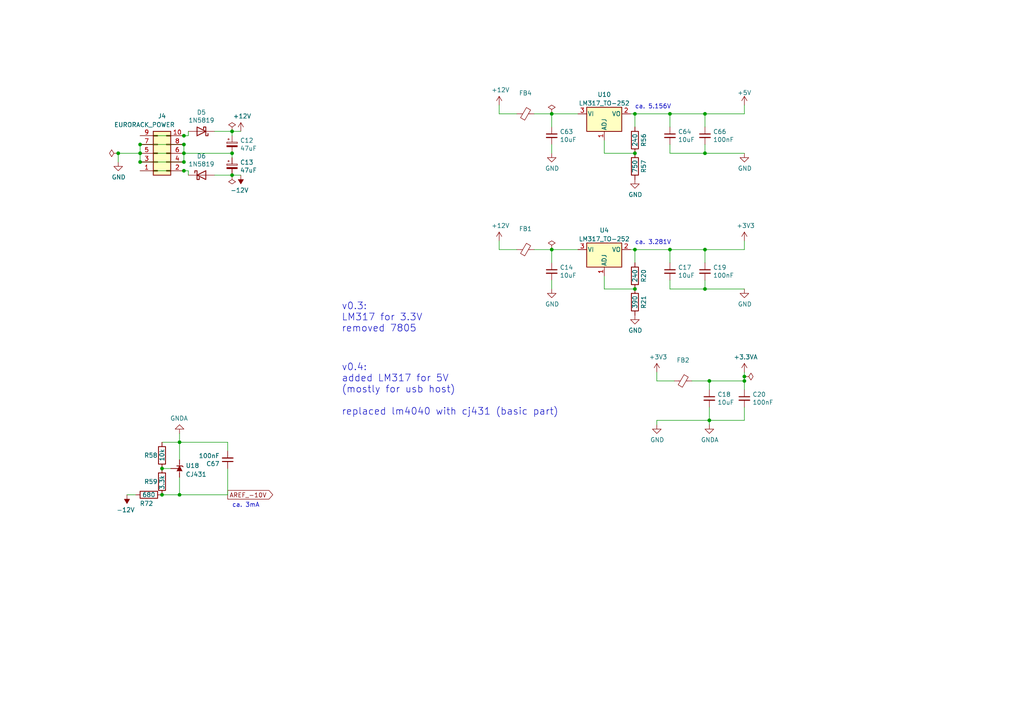
<source format=kicad_sch>
(kicad_sch (version 20211123) (generator eeschema)
  (paper "A4")
  (lib_symbols
    (symbol "Connector_Generic:Conn_02x05_Odd_Even" (pin_names (offset 1.016) hide)
      (property "Reference" "J" (at 1.27 7.62 0))
      (property "Value" "Conn_02x05_Odd_Even" (at 1.27 -7.62 0))
      (symbol "Conn_02x05_Odd_Even_1_1"
        (rectangle (start -1.27 -4.953) (end 0 -5.207) (stroke (width 0.1524)))
        (rectangle (start -1.27 -2.413) (end 0 -2.667) (stroke (width 0.1524)))
        (rectangle (start -1.27 0.127) (end 0 -0.127) (stroke (width 0.1524)))
        (rectangle (start -1.27 2.667) (end 0 2.413) (stroke (width 0.1524)))
        (rectangle (start -1.27 5.207) (end 0 4.953) (stroke (width 0.1524)))
        (rectangle (start -1.27 6.35) (end 3.81 -6.35) (stroke (width 0.254)) (fill (type background)))
        (rectangle (start 3.81 -4.953) (end 2.54 -5.207) (stroke (width 0.1524)))
        (rectangle (start 3.81 -2.413) (end 2.54 -2.667) (stroke (width 0.1524)))
        (rectangle (start 3.81 0.127) (end 2.54 -0.127) (stroke (width 0.1524)))
        (rectangle (start 3.81 2.667) (end 2.54 2.413) (stroke (width 0.1524)))
        (rectangle (start 3.81 5.207) (end 2.54 4.953) (stroke (width 0.1524)))
        (pin passive line (at -5.08 5.08 0) (length 3.81) (name "Pin_1") (number "1"))
        (pin passive line (at 7.62 -5.08 180) (length 3.81) (name "Pin_10") (number "10"))
        (pin passive line (at 7.62 5.08 180) (length 3.81) (name "Pin_2") (number "2"))
        (pin passive line (at -5.08 2.54 0) (length 3.81) (name "Pin_3") (number "3"))
        (pin passive line (at 7.62 2.54 180) (length 3.81) (name "Pin_4") (number "4"))
        (pin passive line (at -5.08 0 0) (length 3.81) (name "Pin_5") (number "5"))
        (pin passive line (at 7.62 0 180) (length 3.81) (name "Pin_6") (number "6"))
        (pin passive line (at -5.08 -2.54 0) (length 3.81) (name "Pin_7") (number "7"))
        (pin passive line (at 7.62 -2.54 180) (length 3.81) (name "Pin_8") (number "8"))
        (pin passive line (at -5.08 -5.08 0) (length 3.81) (name "Pin_9") (number "9"))
      )
    )
    (symbol "Device:C_Polarized_Small" (pin_numbers hide) (pin_names (offset 0.254) hide)
      (property "Reference" "C" (at 0.254 1.778 0))
      (property "Value" "C_Polarized_Small" (at 0.254 -2.032 0))
      (symbol "C_Polarized_Small_0_1"
        (rectangle (start -1.524 -0.3048) (end 1.524 -0.6858) (fill (type outline)))
        (rectangle (start -1.524 0.6858) (end 1.524 0.3048))
        (polyline (pts (xy -1.27 1.524) (xy -0.762 1.524)))
        (polyline (pts (xy -1.016 1.27) (xy -1.016 1.778)))
      )
      (symbol "C_Polarized_Small_1_1"
        (pin passive line (at 0 2.54 270) (length 1.8542) (name "~") (number "1"))
        (pin passive line (at 0 -2.54 90) (length 1.8542) (name "~") (number "2"))
      )
    )
    (symbol "Device:C_Small" (pin_numbers hide) (pin_names (offset 0.254) hide)
      (property "Reference" "C" (at 0.254 1.778 0))
      (property "Value" "C_Small" (at 0.254 -2.032 0))
      (symbol "C_Small_0_1"
        (polyline (pts (xy -1.524 -0.508) (xy 1.524 -0.508)) (stroke (width 0.3302)))
        (polyline (pts (xy -1.524 0.508) (xy 1.524 0.508)) (stroke (width 0.3048)))
      )
      (symbol "C_Small_1_1"
        (pin passive line (at 0 2.54 270) (length 2.032) (name "~") (number "1"))
        (pin passive line (at 0 -2.54 90) (length 2.032) (name "~") (number "2"))
      )
    )
    (symbol "Device:FerriteBead_Small" (pin_numbers hide) (pin_names (offset 0))
      (property "Reference" "FB" (at 1.905 1.27 0))
      (property "Value" "FerriteBead_Small" (at 1.905 -1.27 0))
      (symbol "FerriteBead_Small_0_1"
        (polyline (pts (xy 0 -1.27) (xy 0 -0.7874)))
        (polyline (pts (xy 0 0.889) (xy 0 1.2954)))
        (polyline (pts (xy -1.8288 0.2794) (xy -1.1176 1.4986) (xy 1.8288 -0.2032) (xy 1.1176 -1.4224) (xy -1.8288 0.2794)))
      )
      (symbol "FerriteBead_Small_1_1"
        (pin passive line (at 0 2.54 270) (length 1.27) (name "~") (number "1"))
        (pin passive line (at 0 -2.54 90) (length 1.27) (name "~") (number "2"))
      )
    )
    (symbol "Device:R" (pin_numbers hide) (pin_names (offset 0))
      (property "Reference" "R" (at 2.032 0 90))
      (property "Value" "R" (at 0 0 90))
      (symbol "R_0_1"
        (rectangle (start -1.016 -2.54) (end 1.016 2.54) (stroke (width 0.254)))
      )
      (symbol "R_1_1"
        (pin passive line (at 0 3.81 270) (length 1.27) (name "~") (number "1"))
        (pin passive line (at 0 -3.81 90) (length 1.27) (name "~") (number "2"))
      )
    )
    (symbol "Diode:1N5819" (pin_numbers hide) (pin_names (offset 1.016) hide)
      (property "Reference" "D" (at 0 2.54 0))
      (property "Value" "1N5819" (at 0 -2.54 0))
      (symbol "1N5819_0_1"
        (polyline (pts (xy 1.27 0) (xy -1.27 0)))
        (polyline (pts (xy 1.27 1.27) (xy 1.27 -1.27) (xy -1.27 0) (xy 1.27 1.27)) (stroke (width 0.254)))
        (polyline (pts (xy -1.905 0.635) (xy -1.905 1.27) (xy -1.27 1.27) (xy -1.27 -1.27) (xy -0.635 -1.27) (xy -0.635 -0.635)) (stroke (width 0.254)))
      )
      (symbol "1N5819_1_1"
        (pin passive line (at -3.81 0 0) (length 2.54) (name "K") (number "1"))
        (pin passive line (at 3.81 0 180) (length 2.54) (name "A") (number "2"))
      )
    )
    (symbol "Reference_Voltage:TL432DBZ" (pin_numbers hide) (pin_names hide)
      (property "Reference" "U" (at -2.54 2.54 0))
      (property "Value" "TL432DBZ" (at 0 -2.54 0))
      (symbol "TL432DBZ_0_1"
        (polyline (pts (xy -1.27 0) (xy 0 0) (xy 1.27 0)))
        (polyline (pts (xy -0.762 0.762) (xy 0.762 0) (xy -0.762 -0.762)) (fill (type outline)))
        (polyline (pts (xy 0.508 -1.016) (xy 0.762 -0.762) (xy 0.762 0.762) (xy 0.762 0.762)) (stroke (width 0.254)))
      )
      (symbol "TL432DBZ_1_1"
        (pin passive line (at 0 2.54 270) (length 2.54) (name "REF") (number "1"))
        (pin passive line (at 2.54 0 180) (length 1.27) (name "K") (number "2"))
        (pin passive line (at -2.54 0 0) (length 1.27) (name "A") (number "3"))
      )
    )
    (symbol "Regulator_Linear:LM317_TO-252" (pin_names (offset 0.254))
      (property "Reference" "U" (at -3.81 3.175 0))
      (property "Value" "LM317_TO-252" (at 0 3.175 0))
      (symbol "LM317_TO-252_0_1"
        (rectangle (start -5.08 1.905) (end 5.08 -5.08) (stroke (width 0.254)) (fill (type background)))
      )
      (symbol "LM317_TO-252_1_1"
        (pin input line (at 0 -7.62 90) (length 2.54) (name "ADJ") (number "1"))
        (pin power_out line (at 7.62 0 180) (length 2.54) (name "VO") (number "2"))
        (pin power_in line (at -7.62 0 0) (length 2.54) (name "VI") (number "3"))
      )
    )
    (symbol "power:+12V" (power) (pin_names (offset 0))
      (property "Value" "+12V" (at 0 3.556 0))
      (symbol "+12V_0_1"
        (polyline (pts (xy -0.762 1.27) (xy 0 2.54)))
        (polyline (pts (xy 0 0) (xy 0 2.54)))
        (polyline (pts (xy 0 2.54) (xy 0.762 1.27)))
      )
      (symbol "+12V_1_1"
        (pin power_in line (at 0 0 90) (length 0) hide (name "+12V") (number "1"))
      )
    )
    (symbol "power:+3.3V" (power) (pin_names (offset 0))
      (property "Value" "+3.3V" (at 0 3.556 0))
      (symbol "+3.3V_0_1"
        (polyline (pts (xy -0.762 1.27) (xy 0 2.54)))
        (polyline (pts (xy 0 0) (xy 0 2.54)))
        (polyline (pts (xy 0 2.54) (xy 0.762 1.27)))
      )
      (symbol "+3.3V_1_1"
        (pin power_in line (at 0 0 90) (length 0) hide (name "+3V3") (number "1"))
      )
    )
    (symbol "power:+3.3VA" (power) (pin_names (offset 0))
      (property "Value" "+3.3VA" (at 0 3.556 0))
      (symbol "+3.3VA_0_1"
        (polyline (pts (xy -0.762 1.27) (xy 0 2.54)))
        (polyline (pts (xy 0 0) (xy 0 2.54)))
        (polyline (pts (xy 0 2.54) (xy 0.762 1.27)))
      )
      (symbol "+3.3VA_1_1"
        (pin power_in line (at 0 0 90) (length 0) hide (name "+3.3VA") (number "1"))
      )
    )
    (symbol "power:+5V" (power) (pin_names (offset 0))
      (property "Value" "+5V" (at 0 3.556 0))
      (symbol "+5V_0_1"
        (polyline (pts (xy -0.762 1.27) (xy 0 2.54)))
        (polyline (pts (xy 0 0) (xy 0 2.54)))
        (polyline (pts (xy 0 2.54) (xy 0.762 1.27)))
      )
      (symbol "+5V_1_1"
        (pin power_in line (at 0 0 90) (length 0) hide (name "+5V") (number "1"))
      )
    )
    (symbol "power:-12V" (power) (pin_names (offset 0))
      (property "Value" "-12V" (at 0 3.81 0))
      (symbol "-12V_0_0"
        (pin power_in line (at 0 0 90) (length 0) hide (name "-12V") (number "1"))
      )
      (symbol "-12V_0_1"
        (polyline (pts (xy 0 0) (xy 0 1.27) (xy 0.762 1.27) (xy 0 2.54) (xy -0.762 1.27) (xy 0 1.27)) (fill (type outline)))
      )
    )
    (symbol "power:GND" (power) (pin_names (offset 0))
      (property "Value" "GND" (at 0 -3.81 0))
      (symbol "GND_0_1"
        (polyline (pts (xy 0 0) (xy 0 -1.27) (xy 1.27 -1.27) (xy 0 -2.54) (xy -1.27 -1.27) (xy 0 -1.27)))
      )
      (symbol "GND_1_1"
        (pin power_in line (at 0 0 270) (length 0) hide (name "GND") (number "1"))
      )
    )
    (symbol "power:GNDA" (power) (pin_names (offset 0))
      (property "Value" "GNDA" (at 0 -3.81 0))
      (symbol "GNDA_0_1"
        (polyline (pts (xy 0 0) (xy 0 -1.27) (xy 1.27 -1.27) (xy 0 -2.54) (xy -1.27 -1.27) (xy 0 -1.27)))
      )
      (symbol "GNDA_1_1"
        (pin power_in line (at 0 0 270) (length 0) hide (name "GNDA") (number "1"))
      )
    )
    (symbol "power:PWR_FLAG" (power) (pin_numbers hide) (pin_names (offset 0) hide)
      (property "Value" "PWR_FLAG" (at 0 3.81 0))
      (symbol "PWR_FLAG_0_0"
        (pin power_out line (at 0 0 90) (length 0) (name "pwr") (number "1"))
      )
      (symbol "PWR_FLAG_0_1"
        (polyline (pts (xy 0 0) (xy 0 1.27) (xy -1.016 1.905) (xy 0 2.54) (xy 1.016 1.905) (xy 0 1.27)))
      )
    )
  )
  (junction (at 67.31 50.8))
  (junction (at 40.64 46.99))
  (junction (at 160.02 33.02))
  (junction (at 52.07 143.51))
  (junction (at 46.99 135.89))
  (junction (at 46.99 143.51))
  (junction (at 204.47 44.45))
  (junction (at 194.31 72.39))
  (junction (at 215.9 109.22))
  (junction (at 194.31 33.02))
  (junction (at 204.47 83.82))
  (junction (at 205.74 121.92))
  (junction (at 40.64 41.91))
  (junction (at 52.07 128.27))
  (junction (at 184.15 83.82))
  (junction (at 67.31 38.1))
  (junction (at 34.29 44.45))
  (junction (at 184.15 72.39))
  (junction (at 204.47 33.02))
  (junction (at 53.34 49.53))
  (junction (at 53.34 39.37))
  (junction (at 215.9 110.49))
  (junction (at 40.64 44.45))
  (junction (at 53.34 41.91))
  (junction (at 184.15 33.02))
  (junction (at 160.02 72.39))
  (junction (at 204.47 72.39))
  (junction (at 53.34 46.99))
  (junction (at 53.34 44.45))
  (junction (at 205.74 110.49))
  (junction (at 184.15 44.45))
  (junction (at 67.31 44.45))
  (wire (pts (xy 53.34 46.99) (xy 53.34 44.45)))
  (wire (pts (xy 160.02 33.02) (xy 167.64 33.02)))
  (wire (pts (xy 204.47 33.02) (xy 204.47 36.83)))
  (wire (pts (xy 194.31 81.28) (xy 194.31 83.82)))
  (wire (pts (xy 160.02 41.91) (xy 160.02 44.45)))
  (wire (pts (xy 215.9 110.49) (xy 215.9 113.03)))
  (wire (pts (xy 190.5 110.49) (xy 195.58 110.49)))
  (wire (pts (xy 194.31 72.39) (xy 204.47 72.39)))
  (wire (pts (xy 40.64 41.91) (xy 40.64 44.45)))
  (wire (pts (xy 144.78 30.48) (xy 144.78 33.02)))
  (wire (pts (xy 205.74 123.19) (xy 205.74 121.92)))
  (wire (pts (xy 52.07 143.51) (xy 52.07 138.43)))
  (wire (pts (xy 67.31 50.8) (xy 69.85 50.8)))
  (wire (pts (xy 53.34 44.45) (xy 67.31 44.45)))
  (wire (pts (xy 34.29 46.99) (xy 34.29 44.45)))
  (wire (pts (xy 36.83 143.51) (xy 39.37 143.51)))
  (wire (pts (xy 53.34 44.45) (xy 53.34 41.91)))
  (wire (pts (xy 53.34 49.53) (xy 40.64 49.53)))
  (wire (pts (xy 160.02 33.02) (xy 160.02 36.83)))
  (wire (pts (xy 190.5 123.19) (xy 190.5 121.92)))
  (wire (pts (xy 194.31 44.45) (xy 204.47 44.45)))
  (wire (pts (xy 175.26 83.82) (xy 184.15 83.82)))
  (wire (pts (xy 144.78 69.85) (xy 144.78 72.39)))
  (wire (pts (xy 204.47 83.82) (xy 215.9 83.82)))
  (wire (pts (xy 144.78 72.39) (xy 149.86 72.39)))
  (wire (pts (xy 205.74 118.11) (xy 205.74 121.92)))
  (wire (pts (xy 154.94 33.02) (xy 160.02 33.02)))
  (wire (pts (xy 205.74 110.49) (xy 205.74 113.03)))
  (wire (pts (xy 160.02 72.39) (xy 160.02 76.2)))
  (wire (pts (xy 204.47 72.39) (xy 204.47 76.2)))
  (wire (pts (xy 194.31 33.02) (xy 194.31 36.83)))
  (wire (pts (xy 54.61 49.53) (xy 53.34 49.53)))
  (wire (pts (xy 67.31 38.1) (xy 69.85 38.1)))
  (wire (pts (xy 54.61 49.53) (xy 54.61 50.8)))
  (wire (pts (xy 215.9 118.11) (xy 215.9 121.92)))
  (wire (pts (xy 46.99 135.89) (xy 49.53 135.89)))
  (wire (pts (xy 204.47 33.02) (xy 215.9 33.02)))
  (wire (pts (xy 53.34 41.91) (xy 40.64 41.91)))
  (wire (pts (xy 160.02 81.28) (xy 160.02 83.82)))
  (wire (pts (xy 194.31 33.02) (xy 204.47 33.02)))
  (wire (pts (xy 40.64 44.45) (xy 40.64 46.99)))
  (wire (pts (xy 160.02 72.39) (xy 167.64 72.39)))
  (wire (pts (xy 62.23 38.1) (xy 67.31 38.1)))
  (wire (pts (xy 194.31 41.91) (xy 194.31 44.45)))
  (wire (pts (xy 52.07 128.27) (xy 52.07 133.35)))
  (wire (pts (xy 46.99 128.27) (xy 52.07 128.27)))
  (wire (pts (xy 154.94 72.39) (xy 160.02 72.39)))
  (wire (pts (xy 190.5 107.95) (xy 190.5 110.49)))
  (wire (pts (xy 215.9 110.49) (xy 215.9 109.22)))
  (wire (pts (xy 215.9 30.48) (xy 215.9 33.02)))
  (wire (pts (xy 67.31 39.37) (xy 67.31 38.1)))
  (wire (pts (xy 204.47 81.28) (xy 204.47 83.82)))
  (wire (pts (xy 194.31 72.39) (xy 194.31 76.2)))
  (wire (pts (xy 66.04 128.27) (xy 52.07 128.27)))
  (wire (pts (xy 204.47 44.45) (xy 215.9 44.45)))
  (wire (pts (xy 184.15 72.39) (xy 184.15 76.2)))
  (wire (pts (xy 204.47 72.39) (xy 215.9 72.39)))
  (wire (pts (xy 205.74 110.49) (xy 215.9 110.49)))
  (wire (pts (xy 190.5 121.92) (xy 205.74 121.92)))
  (wire (pts (xy 67.31 45.72) (xy 67.31 44.45)))
  (wire (pts (xy 175.26 44.45) (xy 184.15 44.45)))
  (wire (pts (xy 66.04 128.27) (xy 66.04 130.81)))
  (wire (pts (xy 52.07 143.51) (xy 66.04 143.51)))
  (wire (pts (xy 215.9 109.22) (xy 215.9 107.95)))
  (wire (pts (xy 34.29 44.45) (xy 40.64 44.45)))
  (wire (pts (xy 182.88 33.02) (xy 184.15 33.02)))
  (wire (pts (xy 204.47 41.91) (xy 204.47 44.45)))
  (wire (pts (xy 194.31 83.82) (xy 204.47 83.82)))
  (wire (pts (xy 182.88 72.39) (xy 184.15 72.39)))
  (wire (pts (xy 54.61 39.37) (xy 54.61 38.1)))
  (wire (pts (xy 175.26 83.82) (xy 175.26 80.01)))
  (wire (pts (xy 67.31 50.8) (xy 62.23 50.8)))
  (wire (pts (xy 46.99 143.51) (xy 52.07 143.51)))
  (wire (pts (xy 144.78 33.02) (xy 149.86 33.02)))
  (wire (pts (xy 184.15 33.02) (xy 194.31 33.02)))
  (wire (pts (xy 52.07 125.73) (xy 52.07 128.27)))
  (wire (pts (xy 40.64 46.99) (xy 53.34 46.99)))
  (wire (pts (xy 215.9 121.92) (xy 205.74 121.92)))
  (wire (pts (xy 175.26 44.45) (xy 175.26 40.64)))
  (wire (pts (xy 184.15 33.02) (xy 184.15 36.83)))
  (wire (pts (xy 53.34 39.37) (xy 54.61 39.37)))
  (wire (pts (xy 215.9 69.85) (xy 215.9 72.39)))
  (wire (pts (xy 200.66 110.49) (xy 205.74 110.49)))
  (wire (pts (xy 40.64 39.37) (xy 53.34 39.37)))
  (wire (pts (xy 184.15 72.39) (xy 194.31 72.39)))
  (wire (pts (xy 66.04 135.89) (xy 66.04 143.51)))
  (wire (pts (xy 40.64 44.45) (xy 53.34 44.45)))
  (text "ca. 5.156V" (at 184.15 31.75 0) (effects (font (size 1.27 1.27)) (justify left bottom)))
  (text "v0.4:\nadded LM317 for 5V\n(mostly for usb host)\n\nreplaced lm4040 with cj431 (basic part)\n" (at 99.06 120.65 0) (effects (font (size 2 2)) (justify left bottom)))
  (text "ca. 3.281V" (at 184.15 71.12 0) (effects (font (size 1.27 1.27)) (justify left bottom)))
  (text "ca. 3mA" (at 67.31 147.32 0) (effects (font (size 1.27 1.27)) (justify left bottom)))
  (text "v0.3:\nLM317 for 3.3V\nremoved 7805" (at 99.06 96.52 0) (effects (font (size 2 2)) (justify left bottom)))
  (global_label "AREF_-10V" (shape output) (at 66.04 143.51 0) (property "Intersheet References" "${INTERSHEET_REFS}" (effects hide)))
  (symbol (lib_id "Connector_Generic:Conn_02x05_Odd_Even") (at 45.72 44.45 0) (mirror x) (unit 1)
    (property "Reference" "J4" (at 46.99 33.655 0))
    (property "Value" "EURORACK_POWER" (at 41.91 36.195 0))
    (property "Footprint" "Connector_PinHeader_2.54mm:PinHeader_2x05_P2.54mm_Vertical" (effects hide))
    (property "LCSC" "-" (effects hide))
  )
  (symbol (lib_id "power:GND") (at 34.29 46.99 0) (unit 1)
    (property "Reference" "#PWR027" (effects hide))
    (property "Value" "GND" (at 34.417 51.3842 0))
  )
  (symbol (lib_id "Diode:1N5819") (at 58.42 38.1 180) (unit 1)
    (property "Reference" "D5" (at 58.42 32.5882 0))
    (property "Value" "1N5819" (at 58.42 34.8996 0))
    (property "Footprint" "Diode_SMD:D_SOD-123" (effects hide))
    (property "Datasheet" "http://www.vishay.com/docs/88525/1n5817.pdf" (effects hide))
    (property "LCSC" "C191023" (effects hide))
  )
  (symbol (lib_id "Diode:1N5819") (at 58.42 50.8 0) (unit 1)
    (property "Reference" "D6" (at 58.42 45.2882 0))
    (property "Value" "1N5819" (at 58.42 47.5996 0))
    (property "Footprint" "Diode_SMD:D_SOD-123" (effects hide))
    (property "Datasheet" "http://www.vishay.com/docs/88525/1n5817.pdf" (effects hide))
    (property "LCSC" "C191023" (effects hide))
  )
  (symbol (lib_id "power:+12V") (at 69.85 38.1 0) (unit 1)
    (property "Reference" "#PWR031" (effects hide))
    (property "Value" "+12V" (at 70.231 33.7058 0))
  )
  (symbol (lib_id "power:-12V") (at 69.85 50.8 180) (unit 1)
    (property "Reference" "#PWR032" (effects hide))
    (property "Value" "-12V" (at 69.469 55.1942 0))
  )
  (symbol (lib_id "Device:C_Polarized_Small") (at 67.31 41.91 0) (unit 1)
    (property "Reference" "C12" (at 69.6214 40.7416 0) (effects (justify left)))
    (property "Value" "47uF" (at 69.6214 43.053 0) (effects (justify left)))
    (property "Footprint" "Capacitor_SMD:CP_Elec_6.3x5.4" (effects hide))
    (property "LCSC" "C178505" (effects hide))
  )
  (symbol (lib_id "Device:C_Polarized_Small") (at 67.31 48.26 0) (unit 1)
    (property "Reference" "C13" (at 69.6214 47.0916 0) (effects (justify left)))
    (property "Value" "47uF" (at 69.6214 49.403 0) (effects (justify left)))
    (property "Footprint" "Capacitor_SMD:CP_Elec_6.3x5.4" (effects hide))
    (property "LCSC" "C178505" (effects hide))
  )
  (symbol (lib_id "power:PWR_FLAG") (at 67.31 38.1 0) (unit 1)
    (property "Reference" "#FLG02" (effects hide))
    (property "Value" "PWR_FLAG" (effects hide))
  )
  (symbol (lib_id "power:PWR_FLAG") (at 67.31 50.8 180) (unit 1)
    (property "Reference" "#FLG03" (effects hide))
    (property "Value" "PWR_FLAG" (effects hide))
  )
  (symbol (lib_id "Device:C_Small") (at 204.47 78.74 0) (unit 1)
    (property "Reference" "C19" (at 206.8068 77.5716 0) (effects (justify left)))
    (property "Value" "100nF" (at 206.8068 79.883 0) (effects (justify left)))
    (property "Footprint" "Capacitor_SMD:C_0603_1608Metric" (effects hide))
    (property "LCSC" "C14663" (effects hide))
  )
  (symbol (lib_id "power:GND") (at 215.9 83.82 0) (unit 1)
    (property "Reference" "#PWR043" (effects hide))
    (property "Value" "GND" (at 216.027 88.2142 0))
  )
  (symbol (lib_id "Device:FerriteBead_Small") (at 152.4 72.39 270) (unit 1)
    (property "Reference" "FB1" (at 152.4 66.3702 90))
    (property "Value" "100 ohm @ 100 Mhz" (effects hide))
    (property "Footprint" "Resistor_SMD:R_0805_2012Metric" (effects hide))
    (property "LCSC" "C1015" (effects hide))
  )
  (symbol (lib_id "power:PWR_FLAG") (at 215.9 109.22 270) (unit 1)
    (property "Reference" "#FLG05" (effects hide))
    (property "Value" "PWR_FLAG" (effects hide))
  )
  (symbol (lib_id "Device:FerriteBead_Small") (at 198.12 110.49 270) (unit 1)
    (property "Reference" "FB2" (at 198.12 104.4702 90))
    (property "Value" "100 ohm @ 100 Mhz" (effects hide))
    (property "Footprint" "Resistor_SMD:R_0805_2012Metric" (effects hide))
    (property "LCSC" "C1015" (effects hide))
  )
  (symbol (lib_id "power:+3.3V") (at 215.9 69.85 0) (unit 1)
    (property "Reference" "#PWR042" (effects hide))
    (property "Value" "+3.3V" (at 216.281 65.4558 0))
  )
  (symbol (lib_id "power:+3.3VA") (at 215.9 107.95 0) (unit 1)
    (property "Reference" "#PWR041" (effects hide))
    (property "Value" "+3.3VA" (at 216.281 103.5558 0))
  )
  (symbol (lib_id "power:GNDA") (at 205.74 123.19 0) (unit 1)
    (property "Reference" "#PWR039" (effects hide))
    (property "Value" "GNDA" (at 205.867 127.5842 0))
  )
  (symbol (lib_id "power:PWR_FLAG") (at 34.29 44.45 90) (unit 1)
    (property "Reference" "#FLG01" (effects hide))
    (property "Value" "PWR_FLAG" (effects hide))
  )
  (symbol (lib_id "Device:C_Small") (at 160.02 78.74 0) (unit 1)
    (property "Reference" "C14" (at 162.3568 77.5716 0) (effects (justify left)))
    (property "Value" "10uF" (at 162.3568 79.883 0) (effects (justify left)))
    (property "Footprint" "Capacitor_SMD:C_1206_3216Metric" (effects hide))
    (property "LCSC" "C13585" (effects hide))
  )
  (symbol (lib_id "Device:C_Small") (at 194.31 78.74 0) (unit 1)
    (property "Reference" "C17" (at 196.6468 77.5716 0) (effects (justify left)))
    (property "Value" "10uF" (at 196.6468 79.883 0) (effects (justify left)))
    (property "Footprint" "Capacitor_SMD:C_1206_3216Metric" (effects hide))
    (property "LCSC" "C13585" (effects hide))
  )
  (symbol (lib_id "power:PWR_FLAG") (at 160.02 72.39 0) (unit 1)
    (property "Reference" "#FLG04" (effects hide))
    (property "Value" "PWR_FLAG" (effects hide))
  )
  (symbol (lib_id "power:PWR_FLAG") (at 160.02 33.02 0) (unit 1)
    (property "Reference" "#FLG06" (effects hide))
    (property "Value" "PWR_FLAG" (effects hide))
  )
  (symbol (lib_id "power:GND") (at 184.15 52.07 0) (unit 1)
    (property "Reference" "#PWR098" (effects hide))
    (property "Value" "GND" (at 184.277 56.4642 0))
  )
  (symbol (lib_id "power:GND") (at 190.5 123.19 0) (unit 1)
    (property "Reference" "#PWR036" (effects hide))
    (property "Value" "GND" (at 190.627 127.5842 0))
  )
  (symbol (lib_id "Device:C_Small") (at 66.04 133.35 180) (unit 1)
    (property "Reference" "C67" (at 63.7032 134.5184 0) (effects (justify left)))
    (property "Value" "100nF" (at 63.7032 132.207 0) (effects (justify left)))
    (property "Footprint" "Capacitor_SMD:C_0603_1608Metric" (effects hide))
    (property "LCSC" "C14663" (effects hide))
  )
  (symbol (lib_id "power:GND") (at 160.02 83.82 0) (unit 1)
    (property "Reference" "#PWR038" (effects hide))
    (property "Value" "GND" (at 160.147 88.2142 0))
  )
  (symbol (lib_id "power:+12V") (at 144.78 69.85 0) (unit 1)
    (property "Reference" "#PWR034" (effects hide))
    (property "Value" "+12V" (at 145.161 65.4558 0))
  )
  (symbol (lib_id "Regulator_Linear:LM317_TO-252") (at 175.26 72.39 0) (unit 1)
    (property "Reference" "U4" (at 175.26 66.7852 0))
    (property "Value" "LM317_TO-252" (at 175.26 69.3221 0))
    (property "Footprint" "Package_TO_SOT_SMD:TO-252-2" (effects hide))
    (property "Datasheet" "http://www.ti.com/lit/ds/snvs774n/snvs774n.pdf" (effects hide))
  )
  (symbol (lib_id "power:GND") (at 184.15 91.44 0) (unit 1)
    (property "Reference" "#PWR040" (effects hide))
    (property "Value" "GND" (at 184.277 95.8342 0))
  )
  (symbol (lib_id "Device:C_Small") (at 204.47 39.37 0) (unit 1)
    (property "Reference" "C66" (at 206.8068 38.2016 0) (effects (justify left)))
    (property "Value" "100nF" (at 206.8068 40.513 0) (effects (justify left)))
    (property "Footprint" "Capacitor_SMD:C_0603_1608Metric" (effects hide))
    (property "LCSC" "C14663" (effects hide))
  )
  (symbol (lib_id "power:+5V") (at 215.9 30.48 0) (unit 1)
    (property "Reference" "#PWR099" (effects hide))
    (property "Value" "+5V" (at 215.9 26.9042 0))
  )
  (symbol (lib_id "Device:C_Small") (at 205.74 115.57 0) (unit 1)
    (property "Reference" "C18" (at 208.0768 114.4016 0) (effects (justify left)))
    (property "Value" "10uF" (at 208.0768 116.713 0) (effects (justify left)))
    (property "Footprint" "Capacitor_SMD:C_1206_3216Metric" (effects hide))
    (property "LCSC" "C13585" (effects hide))
  )
  (symbol (lib_id "power:GND") (at 160.02 44.45 0) (unit 1)
    (property "Reference" "#PWR097" (effects hide))
    (property "Value" "GND" (at 160.147 48.8442 0))
  )
  (symbol (lib_id "Device:R") (at 184.15 48.26 180) (unit 1)
    (property "Reference" "R57" (at 186.69 48.26 90))
    (property "Value" "750" (at 184.15 48.26 90))
    (property "Footprint" "Resistor_SMD:R_0603_1608Metric" (effects hide))
  )
  (symbol (lib_id "Reference_Voltage:TL432DBZ") (at 52.07 135.89 90) (unit 1)
    (property "Reference" "U18" (at 53.848 135.0553 90) (effects (justify right)))
    (property "Value" "CJ431" (at 53.848 137.5922 90) (effects (justify right)))
    (property "Footprint" "Package_TO_SOT_SMD:SOT-23W" (effects hide))
    (property "Datasheet" "http://www.ti.com/lit/ds/symlink/tl431.pdf" (effects hide))
  )
  (symbol (lib_id "Device:R") (at 43.18 143.51 90) (unit 1)
    (property "Reference" "R72" (at 44.45 146.05 90) (effects (justify left)))
    (property "Value" "680" (at 45.085 143.51 90) (effects (justify left)))
    (property "Footprint" "Resistor_SMD:R_0603_1608Metric" (effects hide))
    (property "LCSC" "C23253" (effects hide))
  )
  (symbol (lib_id "power:GNDA") (at 52.07 125.73 180) (unit 1)
    (property "Reference" "#PWR0189" (effects hide))
    (property "Value" "GNDA" (at 51.943 121.3358 0))
  )
  (symbol (lib_id "Device:FerriteBead_Small") (at 152.4 33.02 270) (unit 1)
    (property "Reference" "FB4" (at 152.4 27.0002 90))
    (property "Value" "100 ohm @ 100 Mhz" (effects hide))
    (property "Footprint" "Resistor_SMD:R_0805_2012Metric" (effects hide))
    (property "LCSC" "C1015" (effects hide))
  )
  (symbol (lib_id "power:-12V") (at 36.83 143.51 180) (unit 1)
    (property "Reference" "#PWR0190" (effects hide))
    (property "Value" "-12V" (at 36.449 147.9042 0))
  )
  (symbol (lib_id "Device:R") (at 184.15 80.01 180) (unit 1)
    (property "Reference" "R20" (at 186.69 80.01 90))
    (property "Value" "240" (at 184.15 80.01 90))
    (property "Footprint" "Resistor_SMD:R_0603_1608Metric" (effects hide))
  )
  (symbol (lib_id "Device:R") (at 46.99 139.7 180) (unit 1)
    (property "Reference" "R59" (at 45.72 139.7 0) (effects (justify left)))
    (property "Value" "3.3k" (at 46.99 137.795 90) (effects (justify left)))
    (property "Footprint" "Resistor_SMD:R_0603_1608Metric" (effects hide))
    (property "LCSC" "C23253" (effects hide))
  )
  (symbol (lib_id "Device:R") (at 184.15 87.63 180) (unit 1)
    (property "Reference" "R21" (at 186.69 87.63 90))
    (property "Value" "390" (at 184.15 87.63 90))
    (property "Footprint" "Resistor_SMD:R_0603_1608Metric" (effects hide))
  )
  (symbol (lib_id "Device:C_Small") (at 194.31 39.37 0) (unit 1)
    (property "Reference" "C64" (at 196.6468 38.2016 0) (effects (justify left)))
    (property "Value" "10uF" (at 196.6468 40.513 0) (effects (justify left)))
    (property "Footprint" "Capacitor_SMD:C_1206_3216Metric" (effects hide))
    (property "LCSC" "C13585" (effects hide))
  )
  (symbol (lib_id "power:+3.3V") (at 190.5 107.95 0) (unit 1)
    (property "Reference" "#PWR0186" (effects hide))
    (property "Value" "+3.3V" (at 190.881 103.5558 0))
  )
  (symbol (lib_id "Device:R") (at 46.99 132.08 180) (unit 1)
    (property "Reference" "R58" (at 45.72 132.08 0) (effects (justify left)))
    (property "Value" "10k" (at 46.99 130.175 90) (effects (justify left)))
    (property "Footprint" "Resistor_SMD:R_0603_1608Metric" (effects hide))
    (property "LCSC" "C23253" (effects hide))
  )
  (symbol (lib_id "Device:R") (at 184.15 40.64 180) (unit 1)
    (property "Reference" "R56" (at 186.69 40.64 90))
    (property "Value" "240" (at 184.15 40.64 90))
    (property "Footprint" "Resistor_SMD:R_0603_1608Metric" (effects hide))
  )
  (symbol (lib_id "power:GND") (at 215.9 44.45 0) (unit 1)
    (property "Reference" "#PWR0100" (effects hide))
    (property "Value" "GND" (at 216.027 48.8442 0))
  )
  (symbol (lib_id "Device:C_Small") (at 215.9 115.57 0) (unit 1)
    (property "Reference" "C20" (at 218.2368 114.4016 0) (effects (justify left)))
    (property "Value" "100nF" (at 218.2368 116.713 0) (effects (justify left)))
    (property "Footprint" "Capacitor_SMD:C_0603_1608Metric" (effects hide))
    (property "LCSC" "C14663" (effects hide))
  )
  (symbol (lib_id "Device:C_Small") (at 160.02 39.37 0) (unit 1)
    (property "Reference" "C63" (at 162.3568 38.2016 0) (effects (justify left)))
    (property "Value" "10uF" (at 162.3568 40.513 0) (effects (justify left)))
    (property "Footprint" "Capacitor_SMD:C_1206_3216Metric" (effects hide))
    (property "LCSC" "C13585" (effects hide))
  )
  (symbol (lib_id "power:+12V") (at 144.78 30.48 0) (unit 1)
    (property "Reference" "#PWR094" (effects hide))
    (property "Value" "+12V" (at 145.161 26.0858 0))
  )
  (symbol (lib_id "Regulator_Linear:LM317_TO-252") (at 175.26 33.02 0) (unit 1)
    (property "Reference" "U10" (at 175.26 27.4152 0))
    (property "Value" "LM317_TO-252" (at 175.26 29.9521 0))
    (property "Footprint" "Package_TO_SOT_SMD:TO-252-2" (effects hide))
    (property "Datasheet" "http://www.ti.com/lit/ds/snvs774n/snvs774n.pdf" (effects hide))
  )
)
</source>
